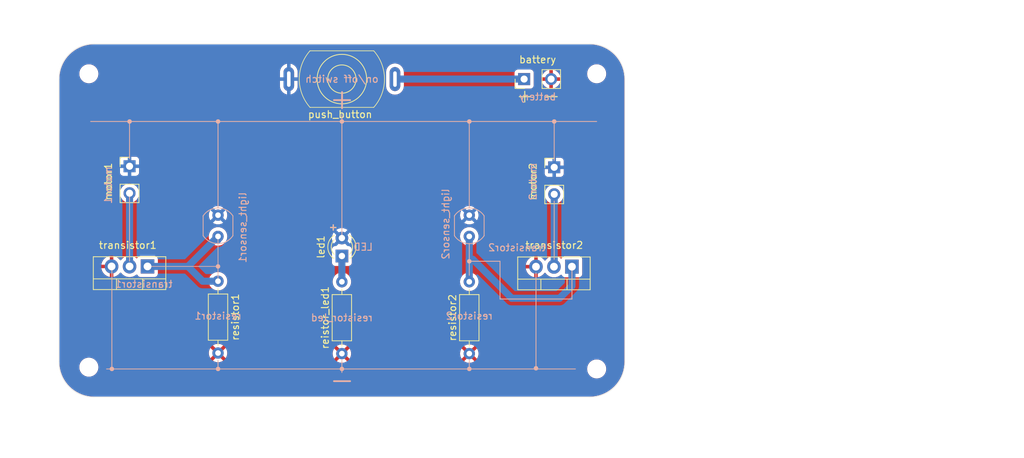
<source format=kicad_pcb>
(kicad_pcb (version 20241229) (generator "pcbnew") (generator_version "9.0")
  (layers (0 "F.Cu" signal) (2 "B.Cu" signal) (13 "F.Paste" user) (15 "B.Paste" user) (5 "F.SilkS" user "F.Silkscreen") (7 "B.SilkS" user "B.Silkscreen") (1 "F.Mask" user) (3 "B.Mask" user) (25 "Edge.Cuts" user))
  (net 0 "")
  (net 1 "GND")
  (net 2 "+6V")
  (net 3 "VCC")
  (net 4 "Net-(transistor2-G)")
  (net 5 "Net-(transistor1-G)")
  (net 6 "Net-(motor1--)")
  (net 7 "Net-(motor2--)")
  (net 8 "Net-(led1-K)")
  (footprint "Resistor_THT:R_Axial_DIN0207_L6.3mm_D2.5mm_P10.16mm_Horizontal" (layer "F.Cu") (at 190 93.83 90)
    (property "Reference" "reistor_led1" (at 5.08 -2.37 90) (layer "F.SilkS"))
    (property "Value" "20k")
    (fp_line (start 8.35 -1.37) (end 1.81 -1.37) (stroke (width 0.12)) (layer "F.SilkS"))
    (fp_line (start 1.81 -1.37) (end 1.81 1.37) (stroke (width 0.12)) (layer "F.SilkS"))
    (fp_line (start 9.12 0) (end 8.35 0) (stroke (width 0.12)) (layer "F.SilkS"))
    (fp_line (start 1.04 0) (end 1.81 0) (stroke (width 0.12)) (layer "F.SilkS"))
    (fp_line (start 8.35 1.37) (end 8.35 -1.37) (stroke (width 0.12)) (layer "F.SilkS"))
    (fp_line (start 1.81 1.37) (end 8.35 1.37) (stroke (width 0.12)) (layer "F.SilkS"))
    (fp_text user "resistor_led" (at 5.08 0 0) (layer "B.SilkS") (effects (justify mirror)))
    (pad "1" thru_hole circle (at 0 0 90) (size 1.6 1.6) (drill 0.8) (layers "*.Cu" "*.Mask") (net 1 "GND"))
    (pad "2" thru_hole oval (at 10.16 0 90) (size 1.6 1.6) (drill 0.8) (layers "*.Cu" "*.Mask") (net 8 "Net-(led1-K)"))
  )
  (footprint "MountingHole:MountingHole_2.2mm_M2_DIN965" (layer "F.Cu") (at 154.25 95.75)
    (property "Reference" "REF**" (hide yes))
    (property "Value" "MountingHole_2.2mm_M2_DIN965")
    (pad "" np_thru_hole circle (at 0 0) (size 2.2 2.2) (drill 2.2) (layers "*.Cu" "*.Mask"))
  )
  (footprint "MountingHole:MountingHole_2.2mm_M2_DIN965" (layer "F.Cu") (at 226 96)
    (property "Reference" "REF**" (hide yes))
    (property "Value" "MountingHole_2.2mm_M2_DIN965")
    (pad "" np_thru_hole circle (at 0 0) (size 2.2 2.2) (drill 2.2) (layers "*.Cu" "*.Mask"))
  )
  (footprint "blinkyparts:Push_Button_THT" (layer "F.Cu") (at 178 55)
    (property "Reference" "push_button" (at 11.75 5 0) (layer "F.SilkS"))
    (property "Value" "on/off switch" (at 12 0 0) (layer "B.SilkS") (effects (justify mirror)))
    (fp_line (start 7.5 -4) (end 16.5 -4) (stroke (width 0.1)) (layer "F.SilkS"))
    (fp_line (start 16.5 4) (end 7.5 4) (stroke (width 0.1)) (layer "F.SilkS"))
    (fp_arc (start 7.5 4) (mid 5.979203 0) (end 7.5 -4) (stroke (width 0.1)) (layer "F.SilkS"))
    (fp_arc (start 16.5 -4) (mid 18.020797 0) (end 16.5 4) (stroke (width 0.1)) (layer "F.SilkS"))
    (fp_circle (center 12 0) (end 14 0) (stroke (width 0.12)) (fill no) (layer "F.SilkS"))
    (fp_circle (center 12 0) (end 15.5 0) (stroke (width 0.12)) (fill no) (layer "F.SilkS"))
    (pad "1" thru_hole oval (at 4.5 0) (size 1.5 3.4) (drill oval 0.5 2.2) (layers "*.Cu" "*.Mask") (net 3 "VCC"))
    (pad "2" thru_hole oval (at 19.5 0) (size 1.5 3.4) (drill oval 0.5 2.2) (layers "*.Cu" "*.Mask") (net 2 "+6V"))
  )
  (footprint "blinkyparts:pfeile_pfeil2_4mm" (layer "F.Cu") (at 175.26 69.85)
    (property "Reference" "pfeil_2_4mm" (hide yes))
    (property "Value" "G***" (hide yes))
  )
  (footprint "blinkyparts:PinHeader_1x02_P2.54mm_Vertical_wider" (layer "F.Cu") (at 220 68.75)
    (property "Reference" "motor2" (at -3 0.75 90) (layer "F.SilkS"))
    (property "Value" "motor2" (at -3 0.75 90) (layer "B.SilkS") (effects (justify mirror)))
    (fp_line (start -1.33 -2.54) (end 0 -2.54) (stroke (width 0.12)) (layer "F.SilkS"))
    (fp_line (start -1.33 -1.21) (end -1.33 -2.54) (stroke (width 0.12)) (layer "F.SilkS"))
    (fp_line (start -1.33 1.27) (end -1.33 3.87) (stroke (width 0.12)) (layer "F.SilkS"))
    (fp_line (start -1.33 1.27) (end 1.33 1.27) (stroke (width 0.12)) (layer "F.SilkS"))
    (fp_line (start -1.33 3.87) (end 1.33 3.87) (stroke (width 0.12)) (layer "F.SilkS"))
    (fp_line (start 1.33 1.27) (end 1.33 3.87) (stroke (width 0.12)) (layer "F.SilkS"))
    (pad "1" thru_hole rect (at 0 -1.27) (size 1.7 1.7) (drill 1) (layers "*.Cu" "*.Mask") (net 3 "VCC"))
    (pad "2" thru_hole oval (at 0 2.54) (size 1.7 1.7) (drill 1) (layers "*.Cu" "*.Mask") (net 7 "Net-(motor2--)"))
  )
  (footprint "Resistor_THT:R_Axial_DIN0207_L6.3mm_D2.5mm_P10.16mm_Horizontal" (layer "F.Cu") (at 208 93.83 90)
    (property "Reference" "resistor2" (at 5.08 -2.37 90) (layer "F.SilkS"))
    (property "Value" "20k")
    (fp_line (start 8.35 -1.37) (end 1.81 -1.37) (stroke (width 0.12)) (layer "F.SilkS"))
    (fp_line (start 1.81 -1.37) (end 1.81 1.37) (stroke (width 0.12)) (layer "F.SilkS"))
    (fp_line (start 9.12 0) (end 8.35 0) (stroke (width 0.12)) (layer "F.SilkS"))
    (fp_line (start 1.04 0) (end 1.81 0) (stroke (width 0.12)) (layer "F.SilkS"))
    (fp_line (start 8.35 1.37) (end 8.35 -1.37) (stroke (width 0.12)) (layer "F.SilkS"))
    (fp_line (start 1.81 1.37) (end 8.35 1.37) (stroke (width 0.12)) (layer "F.SilkS"))
    (fp_text user "resistor2" (at 5.33 0 0) (layer "B.SilkS") (effects (justify mirror)))
    (pad "1" thru_hole circle (at 0 0 90) (size 1.6 1.6) (drill 0.8) (layers "*.Cu" "*.Mask") (net 1 "GND"))
    (pad "2" thru_hole oval (at 10.16 0 90) (size 1.6 1.6) (drill 0.8) (layers "*.Cu" "*.Mask") (net 4 "Net-(transistor2-G)"))
  )
  (footprint "blinkyparts:PinHeader_1x02_P2.54mm_Vertical_wider" (layer "F.Cu") (at 160 68.6)
    (property "Reference" "motor1" (at -3 0.9 90) (layer "F.SilkS"))
    (property "Value" "motor1" (at -3 1.4 90) (layer "B.SilkS") (effects (justify mirror)))
    (fp_line (start -1.33 -2.54) (end 0 -2.54) (stroke (width 0.12)) (layer "F.SilkS"))
    (fp_line (start -1.33 -1.21) (end -1.33 -2.54) (stroke (width 0.12)) (layer "F.SilkS"))
    (fp_line (start -1.33 1.27) (end -1.33 3.87) (stroke (width 0.12)) (layer "F.SilkS"))
    (fp_line (start -1.33 1.27) (end 1.33 1.27) (stroke (width 0.12)) (layer "F.SilkS"))
    (fp_line (start -1.33 3.87) (end 1.33 3.87) (stroke (width 0.12)) (layer "F.SilkS"))
    (fp_line (start 1.33 1.27) (end 1.33 3.87) (stroke (width 0.12)) (layer "F.SilkS"))
    (pad "1" thru_hole rect (at 0 -1.27) (size 1.7 1.7) (drill 1) (layers "*.Cu" "*.Mask") (net 3 "VCC"))
    (pad "2" thru_hole oval (at 0 2.54) (size 1.7 1.7) (drill 1) (layers "*.Cu" "*.Mask") (net 6 "Net-(motor1--)"))
  )
  (footprint "Package_TO_SOT_THT:TO-220-3_Vertical" (layer "F.Cu") (at 222.504 81.534 180)
    (property "Reference" "transistor2" (at 2.504 3.034 0) (layer "F.SilkS"))
    (property "Value" "transistor2" (at 7.754 2.695 0) (layer "B.SilkS") (effects (justify mirror)))
    (fp_line (start 7.66 -3.27) (end 7.66 1.371) (stroke (width 0.12)) (layer "F.SilkS"))
    (fp_line (start 4.391 -3.27) (end 4.391 -1.76) (stroke (width 0.12)) (layer "F.SilkS"))
    (fp_line (start 0.69 -3.27) (end 0.69 -1.76) (stroke (width 0.12)) (layer "F.SilkS"))
    (fp_line (start -2.58 1.371) (end 7.66 1.371) (stroke (width 0.12)) (layer "F.SilkS"))
    (fp_line (start -2.58 -1.76) (end 7.66 -1.76) (stroke (width 0.12)) (layer "F.SilkS"))
    (fp_line (start -2.58 -3.27) (end 7.66 -3.27) (stroke (width 0.12)) (layer "F.SilkS"))
    (fp_line (start -2.58 -3.27) (end -2.58 1.371) (stroke (width 0.12)) (layer "F.SilkS"))
    (pad "1" thru_hole rect (at 0 0 180) (size 1.905 2) (drill 1.1) (layers "*.Cu" "*.Mask") (net 4 "Net-(transistor2-G)"))
    (pad "2" thru_hole oval (at 2.54 0 180) (size 1.905 2) (drill 1.1) (layers "*.Cu" "*.Mask") (net 7 "Net-(motor2--)"))
    (pad "3" thru_hole oval (at 5.08 0 180) (size 1.905 2) (drill 1.1) (layers "*.Cu" "*.Mask") (net 1 "GND"))
  )
  (footprint "Resistor_THT:R_Axial_DIN0207_L6.3mm_D2.5mm_P10.16mm_Horizontal" (layer "F.Cu") (at 172.5 93.75 90)
    (property "Reference" "resistor1" (at 5.08 2.44 90) (layer "F.SilkS"))
    (property "Value" "20k")
    (fp_line (start 8.35 -1.37) (end 1.81 -1.37) (stroke (width 0.12)) (layer "F.SilkS"))
    (fp_line (start 1.81 -1.37) (end 1.81 1.37) (stroke (width 0.12)) (layer "F.SilkS"))
    (fp_line (start 9.12 0) (end 8.35 0) (stroke (width 0.12)) (layer "F.SilkS"))
    (fp_line (start 1.04 0) (end 1.81 0) (stroke (width 0.12)) (layer "F.SilkS"))
    (fp_line (start 8.35 1.37) (end 8.35 -1.37) (stroke (width 0.12)) (layer "F.SilkS"))
    (fp_line (start 1.81 1.37) (end 8.35 1.37) (stroke (width 0.12)) (layer "F.SilkS"))
    (fp_text user "resistor1" (at 5.25 0 0) (layer "B.SilkS") (effects (justify mirror)))
    (pad "1" thru_hole circle (at 0 0 90) (size 1.6 1.6) (drill 0.8) (layers "*.Cu" "*.Mask") (net 1 "GND"))
    (pad "2" thru_hole oval (at 10.16 0 90) (size 1.6 1.6) (drill 0.8) (layers "*.Cu" "*.Mask") (net 5 "Net-(transistor1-G)"))
  )
  (footprint "MountingHole:MountingHole_2.2mm_M2_DIN965" (layer "F.Cu") (at 226 54.25)
    (property "Reference" "REF**" (hide yes))
    (property "Value" "MountingHole_2.2mm_M2_DIN965")
    (pad "" np_thru_hole circle (at 0 0) (size 2.2 2.2) (drill 2.2) (layers "*.Cu" "*.Mask"))
  )
  (footprint "MountingHole:MountingHole_2.2mm_M2_DIN965" (layer "F.Cu") (at 154.25 54.25)
    (property "Reference" "REF**" (hide yes))
    (property "Value" "MountingHole_2.2mm_M2_DIN965")
    (pad "" np_thru_hole circle (at 0 0) (size 2.2 2.2) (drill 2.2) (layers "*.Cu" "*.Mask"))
  )
  (footprint "blinkyparts:pfeile_pfeil1_4mm" (layer "F.Cu") (at 198.12 72.39)
    (property "Reference" "pfeil_1_4mm" (hide yes))
    (property "Value" "G***" (hide yes))
  )
  (footprint "blinkyparts:PinHeader_1x02_P2.54mm_Vertical_wider" (layer "F.Cu") (at 217.02 55 90)
    (property "Reference" "battery" (at 2.75 0.6375 0) (layer "F.SilkS"))
    (property "Value" "battery" (at -2.5 0.6375 0) (layer "B.SilkS") (effects (justify mirror)))
    (fp_line (start -1.33 -2.54) (end 0 -2.54) (stroke (width 0.12)) (layer "F.SilkS"))
    (fp_line (start -1.33 -1.21) (end -1.33 -2.54) (stroke (width 0.12)) (layer "F.SilkS"))
    (fp_line (start 1.33 1.27) (end 1.33 3.87) (stroke (width 0.12)) (layer "F.SilkS"))
    (fp_line (start -1.33 1.27) (end 1.33 1.27) (stroke (width 0.12)) (layer "F.SilkS"))
    (fp_line (start -1.33 1.27) (end -1.33 3.87) (stroke (width 0.12)) (layer "F.SilkS"))
    (fp_line (start -1.33 3.87) (end 1.33 3.87) (stroke (width 0.12)) (layer "F.SilkS"))
    (pad "1" thru_hole rect (at 0 -1.27 90) (size 1.7 1.7) (drill 1) (layers "*.Cu" "*.Mask") (net 2 "+6V"))
    (pad "2" thru_hole oval (at 0 2.54 90) (size 1.7 1.7) (drill 1) (layers "*.Cu" "*.Mask") (net 1 "GND"))
  )
  (footprint "LED_THT:LED_D3.0mm" (layer "F.Cu") (at 190 80.025 90)
    (property "Reference" "led1" (at 1.27 -2.96 90) (layer "F.SilkS"))
    (property "Value" "LED" (at 1.275 3 0) (layer "B.SilkS") (effects (justify mirror)))
    (fp_line (start -0.29 -1.236) (end -0.29 -1.08) (stroke (width 0.12)) (layer "F.SilkS"))
    (fp_line (start -0.29 1.08) (end -0.29 1.236) (stroke (width 0.12)) (layer "F.SilkS"))
    (fp_arc (start -0.29 -1.235516) (mid 1.366487 -1.987659) (end 2.942335 -1.078608) (stroke (width 0.12)) (layer "F.SilkS"))
    (fp_arc (start 0.229039 -1.08) (mid 1.270117 -1.5) (end 2.31113 -1.079837) (stroke (width 0.12)) (layer "F.SilkS"))
    (fp_arc (start 2.942335 1.078608) (mid 1.366487 1.987659) (end -0.29 1.235516) (stroke (width 0.12)) (layer "F.SilkS"))
    (fp_arc (start 2.31113 1.079837) (mid 1.270117 1.5) (end 0.229039 1.08) (stroke (width 0.12)) (layer "F.SilkS"))
    (pad "1" thru_hole rect (at 0 0 90) (size 1.8 1.8) (drill 0.9) (layers "*.Cu" "*.Mask") (net 8 "Net-(led1-K)"))
    (pad "2" thru_hole circle (at 2.54 0 90) (size 1.8 1.8) (drill 0.9) (layers "*.Cu" "*.Mask") (net 3 "VCC"))
  )
  (footprint "Package_TO_SOT_THT:TO-220-3_Vertical" (layer "F.Cu") (at 162.54 81.5 180)
    (property "Reference" "transistor1" (at 2.79 3 0) (layer "F.SilkS"))
    (property "Value" "transistor1" (at 0.54 -2.5 0) (layer "B.SilkS") (effects (justify mirror)))
    (fp_line (start 7.66 -3.27) (end 7.66 1.371) (stroke (width 0.12)) (layer "F.SilkS"))
    (fp_line (start 4.391 -3.27) (end 4.391 -1.76) (stroke (width 0.12)) (layer "F.SilkS"))
    (fp_line (start 0.69 -3.27) (end 0.69 -1.76) (stroke (width 0.12)) (layer "F.SilkS"))
    (fp_line (start -2.58 1.371) (end 7.66 1.371) (stroke (width 0.12)) (layer "F.SilkS"))
    (fp_line (start -2.58 -1.76) (end 7.66 -1.76) (stroke (width 0.12)) (layer "F.SilkS"))
    (fp_line (start -2.58 -3.27) (end 7.66 -3.27) (stroke (width 0.12)) (layer "F.SilkS"))
    (fp_line (start -2.58 -3.27) (end -2.58 1.371) (stroke (width 0.12)) (layer "F.SilkS"))
    (pad "1" thru_hole rect (at 0 0 180) (size 1.905 2) (drill 1.1) (layers "*.Cu" "*.Mask") (net 5 "Net-(transistor1-G)"))
    (pad "2" thru_hole oval (at 2.54 0 180) (size 1.905 2) (drill 1.1) (layers "*.Cu" "*.Mask") (net 6 "Net-(motor1--)"))
    (pad "3" thru_hole oval (at 5.08 0 180) (size 1.905 2) (drill 1.1) (layers "*.Cu" "*.Mask") (net 1 "GND"))
  )
  (footprint "blinkyparts:weee-icon_3mm" (layer "B.Cu") (at 224.125023 69.817405 -90)
    (property "Reference" "weee-symbol_mask_3mm" (hide yes))
    (property "Value" "G***" (hide yes))
  )
  (footprint "OptoDevice:R_LDR_5.0x4.1mm_P3mm_Vertical" (layer "B.Cu") (at 172.5 74.25 -90)
    (property "Reference" "light_sensor1" (at 1.75 -3.5 90) (layer "B.SilkS") (effects (justify mirror)))
    (property "Value" "A9013")
    (fp_line (start 0.1 2.1) (end 2.9 2.1) (stroke (width 0.12)) (layer "B.SilkS"))
    (fp_line (start 0.1 -2.1) (end 2.9 -2.1) (stroke (width 0.12)) (layer "B.SilkS"))
    (fp_arc (start 0.113963 2.109242) (mid -1.023872 0.008372) (end 0.1 -2.1) (stroke (width 0.12)) (layer "B.SilkS"))
    (fp_arc (start 2.886037 -2.109242) (mid 4.023872 -0.008372) (end 2.9 2.1) (stroke (width 0.12)) (layer "B.SilkS"))
    (pad "1" thru_hole circle (at 0 0 270) (size 1.6 1.6) (drill 0.8) (layers "*.Cu" "*.Mask") (net 3 "VCC"))
    (pad "2" thru_hole circle (at 3 0 270) (size 1.6 1.6) (drill 0.8) (layers "*.Cu" "*.Mask") (net 5 "Net-(transistor1-G)"))
  )
  (footprint "blinkyparts:ce-icon_3mm" (layer "B.Cu") (at 224.020023 64.032405 -90)
    (property "Reference" "ce-symbol_mask_3mm" (hide yes))
    (property "Value" "G***" (hide yes))
  )
  (footprint "blinkyparts:rohs-icon_3mm" (layer "B.Cu") (at 224.125023 73.627405 -90)
    (property "Reference" "rohs-symbol_mask_3mm" (hide yes))
    (property "Value" "G***" (hide yes))
  )
  (footprint "OptoDevice:R_LDR_5.0x4.1mm_P3mm_Vertical" (layer "B.Cu") (at 208 74.25 -90)
    (property "Reference" "light_sensor2" (at 1.25 3.332 270) (layer "B.SilkS") (effects (justify mirror)))
    (property "Value" "A9013")
    (fp_line (start 0.1 2.1) (end 2.9 2.1) (stroke (width 0.12)) (layer "B.SilkS"))
    (fp_line (start 0.1 -2.1) (end 2.9 -2.1) (stroke (width 0.12)) (layer "B.SilkS"))
    (fp_arc (start 0.113963 2.109242) (mid -1.023872 0.008372) (end 0.1 -2.1) (stroke (width 0.12)) (layer "B.SilkS"))
    (fp_arc (start 2.886037 -2.109242) (mid 4.023872 -0.008372) (end 2.9 2.1) (stroke (width 0.12)) (layer "B.SilkS"))
    (pad "1" thru_hole circle (at 0 0 270) (size 1.6 1.6) (drill 0.8) (layers "*.Cu" "*.Mask") (net 3 "VCC"))
    (pad "2" thru_hole circle (at 3 0 270) (size 1.6 1.6) (drill 0.8) (layers "*.Cu" "*.Mask") (net 4 "Net-(transistor2-G)"))
  )
  (gr_line (start 222.504 86.106) (end 212.344 86.106) (stroke (width 0.12)) (layer "B.SilkS"))
  (gr_line (start 217.424 95.904) (end 217.424 82.404) (stroke (width 0.12)) (layer "B.SilkS"))
  (gr_circle (center 208.004 61) (end 208.258 61) (stroke (width 0.12)) (fill yes) (layer "B.SilkS"))
  (gr_circle (center 190.004 96) (end 190.258 96) (stroke (width 0.12)) (fill yes) (layer "B.SilkS"))
  (gr_line (start 160 80.75) (end 160 71.25) (stroke (width 0.12)) (layer "B.SilkS"))
  (gr_line (start 156.75 96) (end 223 96) (stroke (width 0.12)) (layer "B.SilkS"))
  (gr_circle (center 217.424 95.904) (end 217.678 95.904) (stroke (width 0.12)) (fill yes) (layer "B.SilkS"))
  (gr_line (start 220 80.5) (end 220 72.25) (stroke (width 0.12)) (layer "B.SilkS"))
  (gr_line (start 226 61) (end 154.5 61) (stroke (width 0.12)) (layer "B.SilkS"))
  (gr_line (start 212.344 86.106) (end 212.344 80.772) (stroke (width 0.12)) (layer "B.SilkS"))
  (gr_line (start 190 96.5) (end 190 94.75) (stroke (width 0.12)) (layer "B.SilkS"))
  (gr_circle (center 208.004 96) (end 208.258 96) (stroke (width 0.12)) (fill yes) (layer "B.SilkS"))
  (gr_line (start 172.5 81.5) (end 162.5 81.5) (stroke (width 0.1)) (layer "B.SilkS"))
  (gr_line (start 172.5 77.25) (end 172.5 83.75) (stroke (width 0.1)) (layer "B.SilkS"))
  (gr_line (start 190 60) (end 190 77.25) (stroke (width 0.12)) (layer "B.SilkS"))
  (gr_circle (center 172.5 81.5) (end 172.754 81.5) (stroke (width 0.12)) (fill yes) (layer "B.SilkS"))
  (gr_line (start 208 96) (end 208 94.75) (stroke (width 0.12)) (layer "B.SilkS"))
  (gr_line (start 220 66.5) (end 220 61) (stroke (width 0.12)) (layer "B.SilkS"))
  (gr_circle (center 190.004 61) (end 190.258 61) (stroke (width 0.12)) (fill yes) (layer "B.SilkS"))
  (gr_line (start 212.344 80.772) (end 208 80.772) (stroke (width 0.12)) (layer "B.SilkS"))
  (gr_circle (center 172.504 61) (end 172.758 61) (stroke (width 0.12)) (fill yes) (layer "B.SilkS"))
  (gr_line (start 222.504 81.534) (end 222.504 86.106) (stroke (width 0.12)) (layer "B.SilkS"))
  (gr_circle (center 172.504 96) (end 172.758 96) (stroke (width 0.12)) (fill yes) (layer "B.SilkS"))
  (gr_circle (center 160.004 61) (end 160.258 61) (stroke (width 0.12)) (fill yes) (layer "B.SilkS"))
  (gr_circle (center 220 61) (end 220.254 61) (stroke (width 0.12)) (fill yes) (layer "B.SilkS"))
  (gr_line (start 160 61) (end 160 66.25) (stroke (width 0.12)) (layer "B.SilkS"))
  (gr_line (start 172.5 61) (end 172.5 73.25) (stroke (width 0.12)) (layer "B.SilkS"))
  (gr_line (start 157.5 96) (end 157.5 82) (stroke (width 0.12)) (layer "B.SilkS"))
  (gr_line (start 172.5 96) (end 172.5 94.75) (stroke (width 0.12)) (layer "B.SilkS"))
  (gr_line (start 208 61) (end 208 73.25) (stroke (width 0.12)) (layer "B.SilkS"))
  (gr_circle (center 157.504 96) (end 157.758 96) (stroke (width 0.12)) (fill yes) (layer "B.SilkS"))
  (gr_circle (center 208 80.772) (end 208.254 80.772) (stroke (width 0.12)) (fill yes) (layer "B.SilkS"))
  (gr_line (start 208 82.75) (end 208 78.25) (stroke (width 0.12)) (layer "B.SilkS"))
  (gr_line (start 155 50) (end 225 50) (stroke (width 0.05)) (layer "Edge.Cuts"))
  (gr_line (start 230 55) (end 230 95) (stroke (width 0.05)) (layer "Edge.Cuts"))
  (gr_line (start 150 95) (end 150 55) (stroke (width 0.05)) (layer "Edge.Cuts"))
  (gr_line (start 225 100) (end 155 100) (stroke (width 0.05)) (layer "Edge.Cuts"))
  (gr_arc (start 225 50) (mid 228.535534 51.464466) (end 230 55) (stroke (width 0.05)) (layer "Edge.Cuts"))
  (gr_arc (start 150 55) (mid 151.464466 51.464466) (end 155 50) (stroke (width 0.05)) (layer "Edge.Cuts"))
  (gr_arc (start 230 95) (mid 228.535534 98.535534) (end 225 100) (stroke (width 0.05)) (layer "Edge.Cuts"))
  (gr_arc (start 155 100) (mid 151.464466 98.535534) (end 150 95) (stroke (width 0.05)) (layer "Edge.Cuts"))
  (gr_text "+\n" (at 189.5 76.5 0) (layer "F.SilkS") (effects (font (size 1 1)) (justify left bottom mirror)))
  (gr_text "+" (at 214.5 58.5 0) (layer "F.SilkS") (effects (font (size 2 2)) (justify left bottom)))
  (gr_text "-\n" (at 221 58.5 0) (layer "F.SilkS") (effects (font (size 2 2)) (justify left bottom mirror)))
  (gr_text "+\n" (at 189.5 76.5 0) (layer "B.SilkS") (effects (font (size 1 1)) (justify left bottom mirror)))
  (gr_text "-" (at 188 99.25 0) (layer "B.SilkS") (effects (font (size 3 3) (thickness 0.25) (bold yes)) (justify right bottom mirror)))
  (gr_text "+" (at 188 59.5 0) (layer "B.SilkS") (effects (font (size 3 3) (thickness 0.25) (bold yes)) (justify right bottom mirror)))
  (segment (start 197.5 55) (end 215.75 55) (width 1) (layer "B.Cu") (net 2))
  (segment (start 197.81 54.19) (end 197.75 54.25) (width 0.25) (layer "B.Cu") (net 2))
  (segment (start 208 83.67) (end 208 80.5) (width 1) (layer "B.Cu") (net 4))
  (segment (start 208 80.5) (end 208 77.25) (width 1) (layer "B.Cu") (net 4))
  (segment (start 208.5 80.5) (end 208 80.5) (width 1) (layer "B.Cu") (net 4))
  (segment (start 222.504 84.246) (end 220.75 86) (width 1) (layer "B.Cu") (net 4))
  (segment (start 220.75 86) (end 214 86) (width 1) (layer "B.Cu") (net 4))
  (segment (start 214 86) (end 208.5 80.5) (width 1) (layer "B.Cu") (net 4))
  (segment (start 222.504 81.695) (end 222.504 84.246) (width 1) (layer "B.Cu") (net 4))
  (segment (start 170.34 83.59) (end 168.25 81.5) (width 1) (layer "B.Cu") (net 5))
  (segment (start 172.5 77.25) (end 172.5 77.75) (width 1) (layer "B.Cu") (net 5))
  (segment (start 172.5 83.59) (end 170.34 83.59) (width 1) (layer "B.Cu") (net 5))
  (segment (start 168.25 81.5) (end 172.5 77.25) (width 1) (layer "B.Cu") (net 5))
  (segment (start 162.54 81.5) (end 168.25 81.5) (width 1) (layer "B.Cu") (net 5))
  (segment (start 160 80.75) (end 160 71.14) (width 1) (layer "B.Cu") (net 6))
  (segment (start 220 81.695) (end 220 71.29) (width 1) (layer "B.Cu") (net 7))
  (segment (start 190 83.67) (end 190 80.025) (width 1) (layer "B.Cu") (net 8))
  (zone (net 1) (net_name "GND") (layer "F.Cu") (connect_pads (clearance 0.508)) (min_thickness 0.25) (fill yes (thermal_gap 0.5) (thermal_bridge_width 0.5) (island_removal_mode 1) (island_area_min 10))
    (polygon (pts (xy 142.24 48.895) (xy 144.78 104.775) (xy 241.3 103.505) (xy 239.395 45.72) (xy 142.875 44.45)))
  )
  (zone (net 3) (net_name "VCC") (layer "B.Cu") (priority 1) (connect_pads (clearance 0.508)) (min_thickness 0.25) (fill yes (thermal_gap 0.5) (thermal_bridge_width 0.5) (island_removal_mode 1) (island_area_min 10))
    (polygon (pts (xy 236.22 106.68) (xy 233.68 43.815) (xy 142.875 48.26) (xy 148.59 108.585) (xy 234.315 107.315)))
  )
)
</source>
